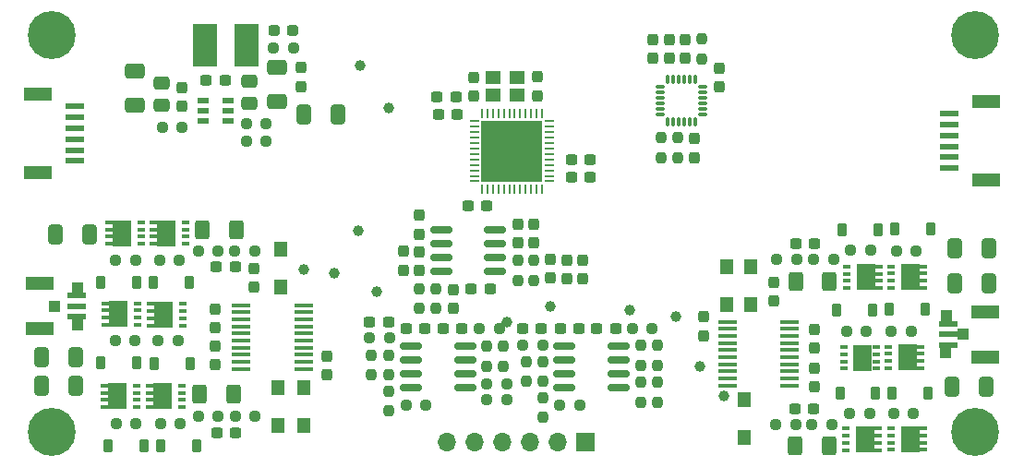
<source format=gbr>
%TF.GenerationSoftware,KiCad,Pcbnew,8.0.2*%
%TF.CreationDate,2024-05-12T09:50:32+08:00*%
%TF.ProjectId,bldcDriver,626c6463-4472-4697-9665-722e6b696361,rev?*%
%TF.SameCoordinates,Original*%
%TF.FileFunction,Soldermask,Bot*%
%TF.FilePolarity,Negative*%
%FSLAX46Y46*%
G04 Gerber Fmt 4.6, Leading zero omitted, Abs format (unit mm)*
G04 Created by KiCad (PCBNEW 8.0.2) date 2024-05-12 09:50:32*
%MOMM*%
%LPD*%
G01*
G04 APERTURE LIST*
G04 Aperture macros list*
%AMRoundRect*
0 Rectangle with rounded corners*
0 $1 Rounding radius*
0 $2 $3 $4 $5 $6 $7 $8 $9 X,Y pos of 4 corners*
0 Add a 4 corners polygon primitive as box body*
4,1,4,$2,$3,$4,$5,$6,$7,$8,$9,$2,$3,0*
0 Add four circle primitives for the rounded corners*
1,1,$1+$1,$2,$3*
1,1,$1+$1,$4,$5*
1,1,$1+$1,$6,$7*
1,1,$1+$1,$8,$9*
0 Add four rect primitives between the rounded corners*
20,1,$1+$1,$2,$3,$4,$5,0*
20,1,$1+$1,$4,$5,$6,$7,0*
20,1,$1+$1,$6,$7,$8,$9,0*
20,1,$1+$1,$8,$9,$2,$3,0*%
G04 Aperture macros list end*
%ADD10R,1.000000X1.000000*%
%ADD11C,1.000000*%
%ADD12RoundRect,0.250000X-0.412500X-0.650000X0.412500X-0.650000X0.412500X0.650000X-0.412500X0.650000X0*%
%ADD13RoundRect,0.237500X-0.237500X0.300000X-0.237500X-0.300000X0.237500X-0.300000X0.237500X0.300000X0*%
%ADD14RoundRect,0.237500X-0.250000X-0.237500X0.250000X-0.237500X0.250000X0.237500X-0.250000X0.237500X0*%
%ADD15RoundRect,0.237500X-0.287500X-0.237500X0.287500X-0.237500X0.287500X0.237500X-0.287500X0.237500X0*%
%ADD16RoundRect,0.250000X-0.475000X0.337500X-0.475000X-0.337500X0.475000X-0.337500X0.475000X0.337500X0*%
%ADD17R,1.072000X0.532000*%
%ADD18RoundRect,0.237500X0.250000X0.237500X-0.250000X0.237500X-0.250000X-0.237500X0.250000X-0.237500X0*%
%ADD19R,2.200000X3.900000*%
%ADD20RoundRect,0.250000X0.650000X-0.412500X0.650000X0.412500X-0.650000X0.412500X-0.650000X-0.412500X0*%
%ADD21RoundRect,0.250000X0.475000X-0.337500X0.475000X0.337500X-0.475000X0.337500X-0.475000X-0.337500X0*%
%ADD22RoundRect,0.237500X0.237500X-0.300000X0.237500X0.300000X-0.237500X0.300000X-0.237500X-0.300000X0*%
%ADD23RoundRect,0.250000X-0.650000X0.412500X-0.650000X-0.412500X0.650000X-0.412500X0.650000X0.412500X0*%
%ADD24RoundRect,0.237500X0.300000X0.237500X-0.300000X0.237500X-0.300000X-0.237500X0.300000X-0.237500X0*%
%ADD25R,1.700000X1.700000*%
%ADD26O,1.700000X1.700000*%
%ADD27C,4.400000*%
%ADD28RoundRect,0.237500X0.237500X-0.250000X0.237500X0.250000X-0.237500X0.250000X-0.237500X-0.250000X0*%
%ADD29R,1.700000X0.500000*%
%ADD30R,2.500000X1.200000*%
%ADD31R,1.200000X1.400000*%
%ADD32R,0.700000X0.400000*%
%ADD33R,1.800000X2.480000*%
%ADD34RoundRect,0.225000X-0.225000X-0.375000X0.225000X-0.375000X0.225000X0.375000X-0.225000X0.375000X0*%
%ADD35RoundRect,0.225000X0.225000X0.375000X-0.225000X0.375000X-0.225000X-0.375000X0.225000X-0.375000X0*%
%ADD36RoundRect,0.237500X-0.237500X0.250000X-0.237500X-0.250000X0.237500X-0.250000X0.237500X0.250000X0*%
%ADD37RoundRect,0.150000X0.825000X0.150000X-0.825000X0.150000X-0.825000X-0.150000X0.825000X-0.150000X0*%
%ADD38RoundRect,0.250000X0.412500X0.650000X-0.412500X0.650000X-0.412500X-0.650000X0.412500X-0.650000X0*%
%ADD39RoundRect,0.237500X-0.300000X-0.237500X0.300000X-0.237500X0.300000X0.237500X-0.300000X0.237500X0*%
%ADD40RoundRect,0.250000X-0.400000X-0.625000X0.400000X-0.625000X0.400000X0.625000X-0.400000X0.625000X0*%
%ADD41RoundRect,0.075000X-0.350000X-0.075000X0.350000X-0.075000X0.350000X0.075000X-0.350000X0.075000X0*%
%ADD42RoundRect,0.075000X-0.075000X0.350000X-0.075000X-0.350000X0.075000X-0.350000X0.075000X0.350000X0*%
%ADD43RoundRect,0.062500X-0.062500X0.375000X-0.062500X-0.375000X0.062500X-0.375000X0.062500X0.375000X0*%
%ADD44RoundRect,0.062500X-0.375000X0.062500X-0.375000X-0.062500X0.375000X-0.062500X0.375000X0.062500X0*%
%ADD45R,5.600000X5.600000*%
%ADD46RoundRect,0.250000X0.400000X0.625000X-0.400000X0.625000X-0.400000X-0.625000X0.400000X-0.625000X0*%
%ADD47O,1.742000X0.364000*%
%ADD48R,1.400000X1.200000*%
G04 APERTURE END LIST*
D10*
%TO.C,TP6*%
X116990000Y-62400000D03*
%TD*%
%TO.C,TP5*%
X118520000Y-60690000D03*
%TD*%
%TO.C,TP4*%
X117040000Y-59000000D03*
%TD*%
%TO.C,TP3*%
X37366500Y-56433500D03*
%TD*%
%TO.C,TP2*%
X35266500Y-58133500D03*
%TD*%
%TO.C,TP1*%
X37386500Y-59843500D03*
%TD*%
D11*
%TO.C,TP18*%
X65900000Y-39900000D03*
%TD*%
%TO.C,TP17*%
X92200000Y-59100000D03*
%TD*%
%TO.C,TP16*%
X96600000Y-66300000D03*
%TD*%
%TO.C,TP8*%
X94400000Y-63600000D03*
%TD*%
%TO.C,TP15*%
X63100000Y-51200000D03*
%TD*%
%TO.C,TP14*%
X58100000Y-54700000D03*
%TD*%
%TO.C,TP13*%
X60900000Y-55100000D03*
%TD*%
%TO.C,TP12*%
X88000000Y-58500000D03*
%TD*%
%TO.C,TP11*%
X80700000Y-58100000D03*
%TD*%
%TO.C,TP10*%
X64800000Y-56800000D03*
%TD*%
%TO.C,TP9*%
X76700000Y-59600000D03*
%TD*%
%TO.C,TP7*%
X63300000Y-36000000D03*
%TD*%
D12*
%TO.C,FB2*%
X58137500Y-40500000D03*
X61262500Y-40500000D03*
%TD*%
D13*
%TO.C,FB1*%
X90100000Y-33637500D03*
X90100000Y-35362500D03*
%TD*%
D14*
%TO.C,R3*%
X57150000Y-34400000D03*
X55325000Y-34400000D03*
%TD*%
D15*
%TO.C,D1*%
X55362500Y-32800000D03*
X57112500Y-32800000D03*
%TD*%
D13*
%TO.C,C7*%
X46937500Y-39762500D03*
X46937500Y-38037500D03*
%TD*%
D16*
%TO.C,C6*%
X45037500Y-39700000D03*
X45037500Y-37625000D03*
%TD*%
D17*
%TO.C,U3*%
X48888500Y-39250000D03*
X48888500Y-40200000D03*
X48888500Y-41150000D03*
X51186500Y-41150000D03*
X51186500Y-40200000D03*
X51186500Y-39250000D03*
%TD*%
D18*
%TO.C,R53*%
X45125000Y-41700000D03*
X46950000Y-41700000D03*
%TD*%
D14*
%TO.C,R2*%
X54650000Y-42990000D03*
X52825000Y-42990000D03*
%TD*%
D18*
%TO.C,R1*%
X52825000Y-41400000D03*
X54650000Y-41400000D03*
%TD*%
D19*
%TO.C,L1*%
X52837500Y-34200000D03*
X49037500Y-34200000D03*
%TD*%
D20*
%TO.C,C5*%
X55637500Y-36237500D03*
X55637500Y-39362500D03*
%TD*%
D21*
%TO.C,C4*%
X53137500Y-37462500D03*
X53137500Y-39537500D03*
%TD*%
D22*
%TO.C,C3*%
X57837500Y-36237500D03*
X57837500Y-37962500D03*
%TD*%
D23*
%TO.C,C2*%
X42637500Y-39662500D03*
X42637500Y-36537500D03*
%TD*%
D24*
%TO.C,C1*%
X49175000Y-37400000D03*
X50900000Y-37400000D03*
%TD*%
D25*
%TO.C,J2*%
X83950000Y-70600000D03*
D26*
X81410000Y-70600000D03*
X78870000Y-70600000D03*
X76330000Y-70600000D03*
X73790000Y-70600000D03*
X71250000Y-70600000D03*
%TD*%
D27*
%TO.C,*%
X34960000Y-33240000D03*
%TD*%
%TO.C,*%
X119660000Y-33240000D03*
%TD*%
%TO.C,*%
X119660000Y-69640000D03*
%TD*%
%TO.C,*%
X34960000Y-69640000D03*
%TD*%
D28*
%TO.C,R20*%
X90500000Y-63525000D03*
X90500000Y-61700000D03*
%TD*%
D18*
%TO.C,R23*%
X53642500Y-68190000D03*
X51817500Y-68190000D03*
%TD*%
D29*
%TO.C,J5*%
X37140000Y-44780000D03*
X37140000Y-43780000D03*
X37140000Y-42780000D03*
X37140000Y-41780000D03*
X37140000Y-40780000D03*
X37140000Y-39780000D03*
D30*
X33740000Y-38680000D03*
X33740000Y-45880000D03*
%TD*%
D31*
%TO.C,D2*%
X98500000Y-66665000D03*
X98500000Y-70135000D03*
%TD*%
D14*
%TO.C,R8*%
X40890000Y-68900000D03*
X42715000Y-68900000D03*
%TD*%
D32*
%TO.C,Q11*%
X111982500Y-56404476D03*
X111982500Y-55754476D03*
X111982500Y-55104476D03*
X111982500Y-54454476D03*
X114952500Y-54454476D03*
X114952500Y-55104476D03*
X114952500Y-55754476D03*
X114952500Y-56404476D03*
D33*
X113752500Y-55429476D03*
%TD*%
D18*
%TO.C,R17*%
X114265000Y-53071476D03*
X112440000Y-53071476D03*
%TD*%
D24*
%TO.C,C38*%
X75187500Y-56530000D03*
X73462500Y-56530000D03*
%TD*%
%TO.C,C41*%
X79900000Y-60200000D03*
X78175000Y-60200000D03*
%TD*%
D32*
%TO.C,Q9*%
X111730000Y-63775000D03*
X111730000Y-63125000D03*
X111730000Y-62475000D03*
X111730000Y-61825000D03*
X114700000Y-61825000D03*
X114700000Y-62475000D03*
X114700000Y-63125000D03*
X114700000Y-63775000D03*
D33*
X113500000Y-62800000D03*
%TD*%
D13*
%TO.C,C29*%
X53500000Y-54637500D03*
X53500000Y-56362500D03*
%TD*%
D32*
%TO.C,Q8*%
X107832500Y-71296476D03*
X107832500Y-70646476D03*
X107832500Y-69996476D03*
X107832500Y-69346476D03*
X110802500Y-69346476D03*
X110802500Y-69996476D03*
X110802500Y-70646476D03*
X110802500Y-71296476D03*
D33*
X109602500Y-70321476D03*
%TD*%
D14*
%TO.C,R4*%
X40807500Y-61300000D03*
X42632500Y-61300000D03*
%TD*%
D32*
%TO.C,Q13*%
X42753500Y-65400000D03*
X42753500Y-66050000D03*
X42753500Y-66700000D03*
X42753500Y-67350000D03*
X39783500Y-67350000D03*
X39783500Y-66700000D03*
X39783500Y-66050000D03*
X39783500Y-65400000D03*
D33*
X40983500Y-66375000D03*
%TD*%
D14*
%TO.C,R19*%
X44867500Y-53910000D03*
X46692500Y-53910000D03*
%TD*%
D34*
%TO.C,D22*%
X44372500Y-63350000D03*
X47672500Y-63350000D03*
%TD*%
D22*
%TO.C,C68*%
X79500000Y-38805000D03*
X79500000Y-37080000D03*
%TD*%
D24*
%TO.C,C35*%
X51822500Y-54510000D03*
X50097500Y-54510000D03*
%TD*%
D35*
%TO.C,D19*%
X110250000Y-58471476D03*
X106950000Y-58471476D03*
%TD*%
D13*
%TO.C,C30*%
X50000000Y-58375000D03*
X50000000Y-60100000D03*
%TD*%
%TO.C,C48*%
X77725000Y-50572500D03*
X77725000Y-52297500D03*
%TD*%
D29*
%TO.C,CN2*%
X117171500Y-59703500D03*
X117171500Y-60703500D03*
X117171500Y-61703500D03*
D30*
X120571500Y-62803500D03*
X120571500Y-58603500D03*
%TD*%
D36*
%TO.C,R30*%
X89000000Y-65075000D03*
X89000000Y-66900000D03*
%TD*%
D18*
%TO.C,R37*%
X76050000Y-60200000D03*
X74225000Y-60200000D03*
%TD*%
D32*
%TO.C,Q14*%
X47020000Y-57915000D03*
X47020000Y-58565000D03*
X47020000Y-59215000D03*
X47020000Y-59865000D03*
X44050000Y-59865000D03*
X44050000Y-59215000D03*
X44050000Y-58565000D03*
X44050000Y-57915000D03*
D33*
X45250000Y-58890000D03*
%TD*%
D24*
%TO.C,C42*%
X65862500Y-59600000D03*
X64137500Y-59600000D03*
%TD*%
D37*
%TO.C,U6*%
X86975000Y-61760000D03*
X86975000Y-63030000D03*
X86975000Y-64300000D03*
X86975000Y-65570000D03*
X82025000Y-65570000D03*
X82025000Y-64300000D03*
X82025000Y-63030000D03*
X82025000Y-61760000D03*
%TD*%
D36*
%TO.C,R45*%
X80000000Y-66487500D03*
X80000000Y-68312500D03*
%TD*%
D38*
%TO.C,C33*%
X120662500Y-65500000D03*
X117537500Y-65500000D03*
%TD*%
D32*
%TO.C,Q15*%
X43190000Y-50425714D03*
X43190000Y-51075714D03*
X43190000Y-51725714D03*
X43190000Y-52375714D03*
X40220000Y-52375714D03*
X40220000Y-51725714D03*
X40220000Y-51075714D03*
X40220000Y-50425714D03*
D33*
X41420000Y-51400714D03*
%TD*%
D32*
%TO.C,Q1*%
X46902500Y-65400000D03*
X46902500Y-66050000D03*
X46902500Y-66700000D03*
X46902500Y-67350000D03*
X43932500Y-67350000D03*
X43932500Y-66700000D03*
X43932500Y-66050000D03*
X43932500Y-65400000D03*
D33*
X45132500Y-66375000D03*
%TD*%
D39*
%TO.C,C27*%
X70875000Y-60200000D03*
X72600000Y-60200000D03*
%TD*%
D37*
%TO.C,U7*%
X72887500Y-61800000D03*
X72887500Y-63070000D03*
X72887500Y-64340000D03*
X72887500Y-65610000D03*
X67937500Y-65610000D03*
X67937500Y-64340000D03*
X67937500Y-63070000D03*
X67937500Y-61800000D03*
%TD*%
D12*
%TO.C,C51*%
X34037500Y-65400000D03*
X37162500Y-65400000D03*
%TD*%
D28*
%TO.C,R21*%
X76400000Y-63612500D03*
X76400000Y-61787500D03*
%TD*%
D14*
%TO.C,R22*%
X48417500Y-68190000D03*
X50242500Y-68190000D03*
%TD*%
D22*
%TO.C,C23*%
X93100000Y-35362500D03*
X93100000Y-33637500D03*
%TD*%
D40*
%TO.C,R11*%
X103171500Y-70900000D03*
X106271500Y-70900000D03*
%TD*%
D14*
%TO.C,R44*%
X81587500Y-67200000D03*
X83412500Y-67200000D03*
%TD*%
D13*
%TO.C,C10*%
X80725000Y-53817500D03*
X80725000Y-55542500D03*
%TD*%
D18*
%TO.C,R50*%
X80012500Y-61700000D03*
X78187500Y-61700000D03*
%TD*%
D14*
%TO.C,R29*%
X101480000Y-53851476D03*
X103305000Y-53851476D03*
%TD*%
D28*
%TO.C,R41*%
X68725000Y-58330000D03*
X68725000Y-56505000D03*
%TD*%
D38*
%TO.C,C12*%
X120900000Y-52800000D03*
X117775000Y-52800000D03*
%TD*%
D14*
%TO.C,R24*%
X48447500Y-53010000D03*
X50272500Y-53010000D03*
%TD*%
D38*
%TO.C,C14*%
X120962500Y-56000000D03*
X117837500Y-56000000D03*
%TD*%
D14*
%TO.C,R7*%
X44977500Y-68900000D03*
X46802500Y-68900000D03*
%TD*%
%TO.C,R5*%
X44767500Y-61290000D03*
X46592500Y-61290000D03*
%TD*%
D22*
%TO.C,C16*%
X104892500Y-65532976D03*
X104892500Y-63807976D03*
%TD*%
D32*
%TO.C,Q7*%
X111961500Y-71281476D03*
X111961500Y-70631476D03*
X111961500Y-69981476D03*
X111961500Y-69331476D03*
X114931500Y-69331476D03*
X114931500Y-69981476D03*
X114931500Y-70631476D03*
X114931500Y-71281476D03*
D33*
X113731500Y-70306476D03*
%TD*%
D24*
%TO.C,C19*%
X72062500Y-38950000D03*
X70337500Y-38950000D03*
%TD*%
D12*
%TO.C,C34*%
X34037500Y-62800000D03*
X37162500Y-62800000D03*
%TD*%
D32*
%TO.C,Q12*%
X107892500Y-56431476D03*
X107892500Y-55781476D03*
X107892500Y-55131476D03*
X107892500Y-54481476D03*
X110862500Y-54481476D03*
X110862500Y-55131476D03*
X110862500Y-55781476D03*
X110862500Y-56431476D03*
D33*
X109662500Y-55456476D03*
%TD*%
D37*
%TO.C,U8*%
X75675000Y-51090000D03*
X75675000Y-52360000D03*
X75675000Y-53630000D03*
X75675000Y-54900000D03*
X70725000Y-54900000D03*
X70725000Y-53630000D03*
X70725000Y-52360000D03*
X70725000Y-51090000D03*
%TD*%
D36*
%TO.C,R38*%
X79225000Y-53935000D03*
X79225000Y-55760000D03*
%TD*%
D18*
%TO.C,R18*%
X110052500Y-52991476D03*
X108227500Y-52991476D03*
%TD*%
D13*
%TO.C,C26*%
X101200000Y-55937500D03*
X101200000Y-57662500D03*
%TD*%
D41*
%TO.C,U4*%
X90800000Y-40500000D03*
X90800000Y-40000000D03*
X90800000Y-39500000D03*
X90800000Y-39000000D03*
X90800000Y-38500000D03*
X90800000Y-38000000D03*
D42*
X91500000Y-37300000D03*
X92000000Y-37300000D03*
X92500000Y-37300000D03*
X93000000Y-37300000D03*
X93500000Y-37300000D03*
X94000000Y-37300000D03*
D41*
X94700000Y-38000000D03*
X94700000Y-38500000D03*
X94700000Y-39000000D03*
X94700000Y-39500000D03*
X94700000Y-40000000D03*
X94700000Y-40500000D03*
D42*
X94000000Y-41200000D03*
X93500000Y-41200000D03*
X93000000Y-41200000D03*
X92500000Y-41200000D03*
X92000000Y-41200000D03*
X91500000Y-41200000D03*
%TD*%
D24*
%TO.C,C46*%
X69200000Y-60200000D03*
X67475000Y-60200000D03*
%TD*%
%TO.C,C21*%
X74862500Y-48900000D03*
X73137500Y-48900000D03*
%TD*%
D18*
%TO.C,R26*%
X106512500Y-69000000D03*
X104687500Y-69000000D03*
%TD*%
D28*
%TO.C,R48*%
X80000000Y-65012500D03*
X80000000Y-63187500D03*
%TD*%
D24*
%TO.C,C45*%
X83362500Y-60200000D03*
X81637500Y-60200000D03*
%TD*%
D36*
%TO.C,R31*%
X90500000Y-65075000D03*
X90500000Y-66900000D03*
%TD*%
D18*
%TO.C,R14*%
X109974000Y-67971476D03*
X108149000Y-67971476D03*
%TD*%
D12*
%TO.C,C49*%
X35337500Y-51500000D03*
X38462500Y-51500000D03*
%TD*%
D22*
%TO.C,C47*%
X68700000Y-54857500D03*
X68700000Y-53132500D03*
%TD*%
D31*
%TO.C,D7*%
X56000000Y-56335000D03*
X56000000Y-52865000D03*
%TD*%
D28*
%TO.C,R39*%
X77725000Y-55747500D03*
X77725000Y-53922500D03*
%TD*%
D13*
%TO.C,C44*%
X79225000Y-50572500D03*
X79225000Y-52297500D03*
%TD*%
D43*
%TO.C,U5*%
X74450000Y-40462500D03*
X74950000Y-40462500D03*
X75450000Y-40462500D03*
X75950000Y-40462500D03*
X76450000Y-40462500D03*
X76950000Y-40462500D03*
X77450000Y-40462500D03*
X77950000Y-40462500D03*
X78450000Y-40462500D03*
X78950000Y-40462500D03*
X79450000Y-40462500D03*
X79950000Y-40462500D03*
D44*
X80637500Y-41150000D03*
X80637500Y-41650000D03*
X80637500Y-42150000D03*
X80637500Y-42650000D03*
X80637500Y-43150000D03*
X80637500Y-43650000D03*
X80637500Y-44150000D03*
X80637500Y-44650000D03*
X80637500Y-45150000D03*
X80637500Y-45650000D03*
X80637500Y-46150000D03*
X80637500Y-46650000D03*
D43*
X79950000Y-47337500D03*
X79450000Y-47337500D03*
X78950000Y-47337500D03*
X78450000Y-47337500D03*
X77950000Y-47337500D03*
X77450000Y-47337500D03*
X76950000Y-47337500D03*
X76450000Y-47337500D03*
X75950000Y-47337500D03*
X75450000Y-47337500D03*
X74950000Y-47337500D03*
X74450000Y-47337500D03*
D44*
X73762500Y-46650000D03*
X73762500Y-46150000D03*
X73762500Y-45650000D03*
X73762500Y-45150000D03*
X73762500Y-44650000D03*
X73762500Y-44150000D03*
X73762500Y-43650000D03*
X73762500Y-43150000D03*
X73762500Y-42650000D03*
X73762500Y-42150000D03*
X73762500Y-41650000D03*
X73762500Y-41150000D03*
D45*
X77200000Y-43900000D03*
%TD*%
D39*
%TO.C,C18*%
X82637500Y-46300000D03*
X84362500Y-46300000D03*
%TD*%
D31*
%TO.C,D3*%
X96900000Y-57935000D03*
X96900000Y-54465000D03*
%TD*%
D46*
%TO.C,R9*%
X51680000Y-66180000D03*
X48580000Y-66180000D03*
%TD*%
D35*
%TO.C,D20*%
X115570000Y-51051476D03*
X112270000Y-51051476D03*
%TD*%
D28*
%TO.C,R51*%
X65900000Y-64412500D03*
X65900000Y-62587500D03*
%TD*%
D32*
%TO.C,Q16*%
X47299000Y-50435000D03*
X47299000Y-51085000D03*
X47299000Y-51735000D03*
X47299000Y-52385000D03*
X44329000Y-52385000D03*
X44329000Y-51735000D03*
X44329000Y-51085000D03*
X44329000Y-50435000D03*
D33*
X45529000Y-51410000D03*
%TD*%
D13*
%TO.C,C24*%
X93900000Y-42737500D03*
X93900000Y-44462500D03*
%TD*%
D22*
%TO.C,C22*%
X91600000Y-35362500D03*
X91600000Y-33637500D03*
%TD*%
D14*
%TO.C,R32*%
X74875000Y-66700000D03*
X76700000Y-66700000D03*
%TD*%
%TO.C,R33*%
X74875000Y-65200000D03*
X76700000Y-65200000D03*
%TD*%
D13*
%TO.C,C67*%
X73700000Y-37127500D03*
X73700000Y-38852500D03*
%TD*%
D35*
%TO.C,D17*%
X110559000Y-66071476D03*
X107259000Y-66071476D03*
%TD*%
D47*
%TO.C,U1*%
X96929000Y-65396500D03*
X96929000Y-64746500D03*
X96929000Y-64096500D03*
X96929000Y-63446500D03*
X96929000Y-62796500D03*
X96929000Y-62146500D03*
X96929000Y-61496500D03*
X96929000Y-60846500D03*
X96929000Y-60196500D03*
X96929000Y-59546500D03*
X102671000Y-59546500D03*
X102671000Y-60196500D03*
X102671000Y-60846500D03*
X102671000Y-61496500D03*
X102671000Y-62146500D03*
X102671000Y-62796500D03*
X102671000Y-63446500D03*
X102671000Y-64096500D03*
X102671000Y-64746500D03*
X102671000Y-65396500D03*
%TD*%
D39*
%TO.C,C11*%
X84975000Y-60200000D03*
X86700000Y-60200000D03*
%TD*%
D31*
%TO.C,D10*%
X58100000Y-65565000D03*
X58100000Y-69035000D03*
%TD*%
D14*
%TO.C,R6*%
X40837500Y-53890000D03*
X42662500Y-53890000D03*
%TD*%
%TO.C,R47*%
X67487500Y-67200000D03*
X69312500Y-67200000D03*
%TD*%
D46*
%TO.C,R10*%
X51920000Y-51140000D03*
X48820000Y-51140000D03*
%TD*%
D39*
%TO.C,C20*%
X82637500Y-44700000D03*
X84362500Y-44700000D03*
%TD*%
D13*
%TO.C,C9*%
X82225000Y-53872500D03*
X82225000Y-55597500D03*
%TD*%
D22*
%TO.C,C15*%
X94800000Y-60800000D03*
X94800000Y-59075000D03*
%TD*%
D35*
%TO.C,D16*%
X115361500Y-66071476D03*
X112061500Y-66071476D03*
%TD*%
D48*
%TO.C,Y1*%
X75500000Y-37112500D03*
X77700000Y-37112500D03*
X77700000Y-38712500D03*
X75500000Y-38712500D03*
%TD*%
D36*
%TO.C,R46*%
X65900000Y-65887500D03*
X65900000Y-67712500D03*
%TD*%
D31*
%TO.C,D4*%
X99100000Y-57935000D03*
X99100000Y-54465000D03*
%TD*%
D39*
%TO.C,C36*%
X103137500Y-67500000D03*
X104862500Y-67500000D03*
%TD*%
D34*
%TO.C,D9*%
X39460000Y-63320000D03*
X42760000Y-63320000D03*
%TD*%
D40*
%TO.C,R12*%
X103212500Y-55821476D03*
X106312500Y-55821476D03*
%TD*%
D47*
%TO.C,U2*%
X58071000Y-58003500D03*
X58071000Y-58653500D03*
X58071000Y-59303500D03*
X58071000Y-59953500D03*
X58071000Y-60603500D03*
X58071000Y-61253500D03*
X58071000Y-61903500D03*
X58071000Y-62553500D03*
X58071000Y-63203500D03*
X58071000Y-63853500D03*
X52329000Y-63853500D03*
X52329000Y-63203500D03*
X52329000Y-62553500D03*
X52329000Y-61903500D03*
X52329000Y-61253500D03*
X52329000Y-60603500D03*
X52329000Y-59953500D03*
X52329000Y-59303500D03*
X52329000Y-58653500D03*
X52329000Y-58003500D03*
%TD*%
D28*
%TO.C,R49*%
X94590000Y-35412500D03*
X94590000Y-33587500D03*
%TD*%
D22*
%TO.C,C13*%
X96200000Y-38012500D03*
X96200000Y-36287500D03*
%TD*%
D13*
%TO.C,C39*%
X71825000Y-56567500D03*
X71825000Y-58292500D03*
%TD*%
D28*
%TO.C,R42*%
X78500000Y-65012500D03*
X78500000Y-63187500D03*
%TD*%
D13*
%TO.C,C32*%
X60200000Y-62675000D03*
X60200000Y-64400000D03*
%TD*%
D28*
%TO.C,R34*%
X89000000Y-63512500D03*
X89000000Y-61687500D03*
%TD*%
D31*
%TO.C,D11*%
X55700000Y-65565000D03*
X55700000Y-69035000D03*
%TD*%
D29*
%TO.C,J3*%
X117280000Y-40450000D03*
X117280000Y-41450000D03*
X117280000Y-42450000D03*
X117280000Y-43450000D03*
X117280000Y-44450000D03*
X117280000Y-45450000D03*
D30*
X120680000Y-46550000D03*
X120680000Y-39350000D03*
%TD*%
D24*
%TO.C,C17*%
X72180000Y-40480000D03*
X70455000Y-40480000D03*
%TD*%
D35*
%TO.C,D18*%
X115117500Y-58400000D03*
X111817500Y-58400000D03*
%TD*%
D34*
%TO.C,D23*%
X39502500Y-55940000D03*
X42802500Y-55940000D03*
%TD*%
D22*
%TO.C,C43*%
X67225000Y-54792500D03*
X67225000Y-53067500D03*
%TD*%
D18*
%TO.C,R16*%
X109692500Y-60411476D03*
X107867500Y-60411476D03*
%TD*%
D34*
%TO.C,D24*%
X44350000Y-55950000D03*
X47650000Y-55950000D03*
%TD*%
D18*
%TO.C,R52*%
X65950000Y-61000000D03*
X64125000Y-61000000D03*
%TD*%
D32*
%TO.C,Q10*%
X107600000Y-63841476D03*
X107600000Y-63191476D03*
X107600000Y-62541476D03*
X107600000Y-61891476D03*
X110570000Y-61891476D03*
X110570000Y-62541476D03*
X110570000Y-63191476D03*
X110570000Y-63841476D03*
D33*
X109370000Y-62866476D03*
%TD*%
D18*
%TO.C,R25*%
X53592500Y-53010000D03*
X51767500Y-53010000D03*
%TD*%
D29*
%TO.C,CN1*%
X37285000Y-59100000D03*
X37285000Y-58100000D03*
X37285000Y-57100000D03*
D30*
X33885000Y-56000000D03*
X33885000Y-60200000D03*
%TD*%
D28*
%TO.C,R73*%
X92400000Y-44500000D03*
X92400000Y-42675000D03*
%TD*%
D35*
%TO.C,D21*%
X110740000Y-51081476D03*
X107440000Y-51081476D03*
%TD*%
D14*
%TO.C,R27*%
X101387500Y-69000000D03*
X103212500Y-69000000D03*
%TD*%
D24*
%TO.C,C28*%
X51882500Y-69720000D03*
X50157500Y-69720000D03*
%TD*%
D34*
%TO.C,D5*%
X40152500Y-70900000D03*
X43452500Y-70900000D03*
%TD*%
D22*
%TO.C,C25*%
X104900000Y-61962500D03*
X104900000Y-60237500D03*
%TD*%
D18*
%TO.C,R35*%
X90050000Y-60200000D03*
X88225000Y-60200000D03*
%TD*%
D39*
%TO.C,C37*%
X103230000Y-52341476D03*
X104955000Y-52341476D03*
%TD*%
D28*
%TO.C,R43*%
X64300000Y-64412500D03*
X64300000Y-62587500D03*
%TD*%
D36*
%TO.C,R40*%
X70225000Y-56505000D03*
X70225000Y-58330000D03*
%TD*%
D18*
%TO.C,R28*%
X106675000Y-53851476D03*
X104850000Y-53851476D03*
%TD*%
%TO.C,R15*%
X113792500Y-60400000D03*
X111967500Y-60400000D03*
%TD*%
D22*
%TO.C,C40*%
X68700000Y-51492500D03*
X68700000Y-49767500D03*
%TD*%
D28*
%TO.C,R72*%
X90900000Y-44500000D03*
X90900000Y-42675000D03*
%TD*%
%TO.C,R36*%
X74900000Y-63612500D03*
X74900000Y-61787500D03*
%TD*%
D32*
%TO.C,Q2*%
X42870000Y-57855000D03*
X42870000Y-58505000D03*
X42870000Y-59155000D03*
X42870000Y-59805000D03*
X39900000Y-59805000D03*
X39900000Y-59155000D03*
X39900000Y-58505000D03*
X39900000Y-57855000D03*
D33*
X41100000Y-58830000D03*
%TD*%
D34*
%TO.C,D6*%
X44952500Y-70900000D03*
X48252500Y-70900000D03*
%TD*%
D18*
%TO.C,R13*%
X114004000Y-67971476D03*
X112179000Y-67971476D03*
%TD*%
D13*
%TO.C,C31*%
X50000000Y-61775000D03*
X50000000Y-63500000D03*
%TD*%
D22*
%TO.C,FB3*%
X83700000Y-55597500D03*
X83700000Y-53872500D03*
%TD*%
M02*

</source>
